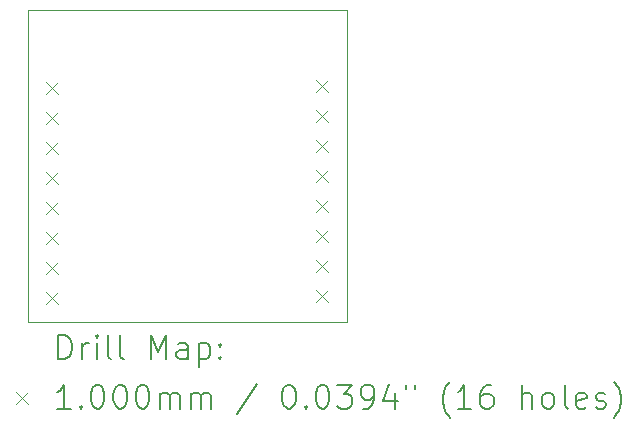
<source format=gbr>
%TF.GenerationSoftware,KiCad,Pcbnew,8.0.1*%
%TF.CreationDate,2024-04-21T16:22:47+01:00*%
%TF.ProjectId,lora_adapter,6c6f7261-5f61-4646-9170-7465722e6b69,rev?*%
%TF.SameCoordinates,Original*%
%TF.FileFunction,Drillmap*%
%TF.FilePolarity,Positive*%
%FSLAX45Y45*%
G04 Gerber Fmt 4.5, Leading zero omitted, Abs format (unit mm)*
G04 Created by KiCad (PCBNEW 8.0.1) date 2024-04-21 16:22:47*
%MOMM*%
%LPD*%
G01*
G04 APERTURE LIST*
%ADD10C,0.050000*%
%ADD11C,0.200000*%
%ADD12C,0.100000*%
G04 APERTURE END LIST*
D10*
X6654800Y-8232140D02*
X9354820Y-8232140D01*
X9354820Y-10871200D01*
X6654800Y-10871200D01*
X6654800Y-8232140D01*
D11*
D12*
X6808000Y-8840000D02*
X6908000Y-8940000D01*
X6908000Y-8840000D02*
X6808000Y-8940000D01*
X6808000Y-9094000D02*
X6908000Y-9194000D01*
X6908000Y-9094000D02*
X6808000Y-9194000D01*
X6808000Y-9348000D02*
X6908000Y-9448000D01*
X6908000Y-9348000D02*
X6808000Y-9448000D01*
X6808000Y-9602000D02*
X6908000Y-9702000D01*
X6908000Y-9602000D02*
X6808000Y-9702000D01*
X6808000Y-9856000D02*
X6908000Y-9956000D01*
X6908000Y-9856000D02*
X6808000Y-9956000D01*
X6808000Y-10110000D02*
X6908000Y-10210000D01*
X6908000Y-10110000D02*
X6808000Y-10210000D01*
X6808000Y-10364000D02*
X6908000Y-10464000D01*
X6908000Y-10364000D02*
X6808000Y-10464000D01*
X6808000Y-10618000D02*
X6908000Y-10718000D01*
X6908000Y-10618000D02*
X6808000Y-10718000D01*
X9094000Y-8827300D02*
X9194000Y-8927300D01*
X9194000Y-8827300D02*
X9094000Y-8927300D01*
X9094000Y-9081300D02*
X9194000Y-9181300D01*
X9194000Y-9081300D02*
X9094000Y-9181300D01*
X9094000Y-9335300D02*
X9194000Y-9435300D01*
X9194000Y-9335300D02*
X9094000Y-9435300D01*
X9094000Y-9589300D02*
X9194000Y-9689300D01*
X9194000Y-9589300D02*
X9094000Y-9689300D01*
X9094000Y-9843300D02*
X9194000Y-9943300D01*
X9194000Y-9843300D02*
X9094000Y-9943300D01*
X9094000Y-10097300D02*
X9194000Y-10197300D01*
X9194000Y-10097300D02*
X9094000Y-10197300D01*
X9094000Y-10351300D02*
X9194000Y-10451300D01*
X9194000Y-10351300D02*
X9094000Y-10451300D01*
X9094000Y-10605300D02*
X9194000Y-10705300D01*
X9194000Y-10605300D02*
X9094000Y-10705300D01*
D11*
X6913077Y-11185184D02*
X6913077Y-10985184D01*
X6913077Y-10985184D02*
X6960696Y-10985184D01*
X6960696Y-10985184D02*
X6989267Y-10994708D01*
X6989267Y-10994708D02*
X7008315Y-11013755D01*
X7008315Y-11013755D02*
X7017839Y-11032803D01*
X7017839Y-11032803D02*
X7027362Y-11070898D01*
X7027362Y-11070898D02*
X7027362Y-11099470D01*
X7027362Y-11099470D02*
X7017839Y-11137565D01*
X7017839Y-11137565D02*
X7008315Y-11156612D01*
X7008315Y-11156612D02*
X6989267Y-11175660D01*
X6989267Y-11175660D02*
X6960696Y-11185184D01*
X6960696Y-11185184D02*
X6913077Y-11185184D01*
X7113077Y-11185184D02*
X7113077Y-11051850D01*
X7113077Y-11089946D02*
X7122601Y-11070898D01*
X7122601Y-11070898D02*
X7132124Y-11061374D01*
X7132124Y-11061374D02*
X7151172Y-11051850D01*
X7151172Y-11051850D02*
X7170220Y-11051850D01*
X7236886Y-11185184D02*
X7236886Y-11051850D01*
X7236886Y-10985184D02*
X7227362Y-10994708D01*
X7227362Y-10994708D02*
X7236886Y-11004231D01*
X7236886Y-11004231D02*
X7246410Y-10994708D01*
X7246410Y-10994708D02*
X7236886Y-10985184D01*
X7236886Y-10985184D02*
X7236886Y-11004231D01*
X7360696Y-11185184D02*
X7341648Y-11175660D01*
X7341648Y-11175660D02*
X7332124Y-11156612D01*
X7332124Y-11156612D02*
X7332124Y-10985184D01*
X7465458Y-11185184D02*
X7446410Y-11175660D01*
X7446410Y-11175660D02*
X7436886Y-11156612D01*
X7436886Y-11156612D02*
X7436886Y-10985184D01*
X7694029Y-11185184D02*
X7694029Y-10985184D01*
X7694029Y-10985184D02*
X7760696Y-11128041D01*
X7760696Y-11128041D02*
X7827362Y-10985184D01*
X7827362Y-10985184D02*
X7827362Y-11185184D01*
X8008315Y-11185184D02*
X8008315Y-11080422D01*
X8008315Y-11080422D02*
X7998791Y-11061374D01*
X7998791Y-11061374D02*
X7979743Y-11051850D01*
X7979743Y-11051850D02*
X7941648Y-11051850D01*
X7941648Y-11051850D02*
X7922601Y-11061374D01*
X8008315Y-11175660D02*
X7989267Y-11185184D01*
X7989267Y-11185184D02*
X7941648Y-11185184D01*
X7941648Y-11185184D02*
X7922601Y-11175660D01*
X7922601Y-11175660D02*
X7913077Y-11156612D01*
X7913077Y-11156612D02*
X7913077Y-11137565D01*
X7913077Y-11137565D02*
X7922601Y-11118517D01*
X7922601Y-11118517D02*
X7941648Y-11108993D01*
X7941648Y-11108993D02*
X7989267Y-11108993D01*
X7989267Y-11108993D02*
X8008315Y-11099470D01*
X8103553Y-11051850D02*
X8103553Y-11251850D01*
X8103553Y-11061374D02*
X8122601Y-11051850D01*
X8122601Y-11051850D02*
X8160696Y-11051850D01*
X8160696Y-11051850D02*
X8179743Y-11061374D01*
X8179743Y-11061374D02*
X8189267Y-11070898D01*
X8189267Y-11070898D02*
X8198791Y-11089946D01*
X8198791Y-11089946D02*
X8198791Y-11147089D01*
X8198791Y-11147089D02*
X8189267Y-11166136D01*
X8189267Y-11166136D02*
X8179743Y-11175660D01*
X8179743Y-11175660D02*
X8160696Y-11185184D01*
X8160696Y-11185184D02*
X8122601Y-11185184D01*
X8122601Y-11185184D02*
X8103553Y-11175660D01*
X8284505Y-11166136D02*
X8294029Y-11175660D01*
X8294029Y-11175660D02*
X8284505Y-11185184D01*
X8284505Y-11185184D02*
X8274982Y-11175660D01*
X8274982Y-11175660D02*
X8284505Y-11166136D01*
X8284505Y-11166136D02*
X8284505Y-11185184D01*
X8284505Y-11061374D02*
X8294029Y-11070898D01*
X8294029Y-11070898D02*
X8284505Y-11080422D01*
X8284505Y-11080422D02*
X8274982Y-11070898D01*
X8274982Y-11070898D02*
X8284505Y-11061374D01*
X8284505Y-11061374D02*
X8284505Y-11080422D01*
D12*
X6552300Y-11463700D02*
X6652300Y-11563700D01*
X6652300Y-11463700D02*
X6552300Y-11563700D01*
D11*
X7017839Y-11605184D02*
X6903553Y-11605184D01*
X6960696Y-11605184D02*
X6960696Y-11405184D01*
X6960696Y-11405184D02*
X6941648Y-11433755D01*
X6941648Y-11433755D02*
X6922601Y-11452803D01*
X6922601Y-11452803D02*
X6903553Y-11462327D01*
X7103553Y-11586136D02*
X7113077Y-11595660D01*
X7113077Y-11595660D02*
X7103553Y-11605184D01*
X7103553Y-11605184D02*
X7094029Y-11595660D01*
X7094029Y-11595660D02*
X7103553Y-11586136D01*
X7103553Y-11586136D02*
X7103553Y-11605184D01*
X7236886Y-11405184D02*
X7255934Y-11405184D01*
X7255934Y-11405184D02*
X7274982Y-11414708D01*
X7274982Y-11414708D02*
X7284505Y-11424231D01*
X7284505Y-11424231D02*
X7294029Y-11443279D01*
X7294029Y-11443279D02*
X7303553Y-11481374D01*
X7303553Y-11481374D02*
X7303553Y-11528993D01*
X7303553Y-11528993D02*
X7294029Y-11567088D01*
X7294029Y-11567088D02*
X7284505Y-11586136D01*
X7284505Y-11586136D02*
X7274982Y-11595660D01*
X7274982Y-11595660D02*
X7255934Y-11605184D01*
X7255934Y-11605184D02*
X7236886Y-11605184D01*
X7236886Y-11605184D02*
X7217839Y-11595660D01*
X7217839Y-11595660D02*
X7208315Y-11586136D01*
X7208315Y-11586136D02*
X7198791Y-11567088D01*
X7198791Y-11567088D02*
X7189267Y-11528993D01*
X7189267Y-11528993D02*
X7189267Y-11481374D01*
X7189267Y-11481374D02*
X7198791Y-11443279D01*
X7198791Y-11443279D02*
X7208315Y-11424231D01*
X7208315Y-11424231D02*
X7217839Y-11414708D01*
X7217839Y-11414708D02*
X7236886Y-11405184D01*
X7427362Y-11405184D02*
X7446410Y-11405184D01*
X7446410Y-11405184D02*
X7465458Y-11414708D01*
X7465458Y-11414708D02*
X7474982Y-11424231D01*
X7474982Y-11424231D02*
X7484505Y-11443279D01*
X7484505Y-11443279D02*
X7494029Y-11481374D01*
X7494029Y-11481374D02*
X7494029Y-11528993D01*
X7494029Y-11528993D02*
X7484505Y-11567088D01*
X7484505Y-11567088D02*
X7474982Y-11586136D01*
X7474982Y-11586136D02*
X7465458Y-11595660D01*
X7465458Y-11595660D02*
X7446410Y-11605184D01*
X7446410Y-11605184D02*
X7427362Y-11605184D01*
X7427362Y-11605184D02*
X7408315Y-11595660D01*
X7408315Y-11595660D02*
X7398791Y-11586136D01*
X7398791Y-11586136D02*
X7389267Y-11567088D01*
X7389267Y-11567088D02*
X7379743Y-11528993D01*
X7379743Y-11528993D02*
X7379743Y-11481374D01*
X7379743Y-11481374D02*
X7389267Y-11443279D01*
X7389267Y-11443279D02*
X7398791Y-11424231D01*
X7398791Y-11424231D02*
X7408315Y-11414708D01*
X7408315Y-11414708D02*
X7427362Y-11405184D01*
X7617839Y-11405184D02*
X7636886Y-11405184D01*
X7636886Y-11405184D02*
X7655934Y-11414708D01*
X7655934Y-11414708D02*
X7665458Y-11424231D01*
X7665458Y-11424231D02*
X7674982Y-11443279D01*
X7674982Y-11443279D02*
X7684505Y-11481374D01*
X7684505Y-11481374D02*
X7684505Y-11528993D01*
X7684505Y-11528993D02*
X7674982Y-11567088D01*
X7674982Y-11567088D02*
X7665458Y-11586136D01*
X7665458Y-11586136D02*
X7655934Y-11595660D01*
X7655934Y-11595660D02*
X7636886Y-11605184D01*
X7636886Y-11605184D02*
X7617839Y-11605184D01*
X7617839Y-11605184D02*
X7598791Y-11595660D01*
X7598791Y-11595660D02*
X7589267Y-11586136D01*
X7589267Y-11586136D02*
X7579743Y-11567088D01*
X7579743Y-11567088D02*
X7570220Y-11528993D01*
X7570220Y-11528993D02*
X7570220Y-11481374D01*
X7570220Y-11481374D02*
X7579743Y-11443279D01*
X7579743Y-11443279D02*
X7589267Y-11424231D01*
X7589267Y-11424231D02*
X7598791Y-11414708D01*
X7598791Y-11414708D02*
X7617839Y-11405184D01*
X7770220Y-11605184D02*
X7770220Y-11471850D01*
X7770220Y-11490898D02*
X7779743Y-11481374D01*
X7779743Y-11481374D02*
X7798791Y-11471850D01*
X7798791Y-11471850D02*
X7827363Y-11471850D01*
X7827363Y-11471850D02*
X7846410Y-11481374D01*
X7846410Y-11481374D02*
X7855934Y-11500422D01*
X7855934Y-11500422D02*
X7855934Y-11605184D01*
X7855934Y-11500422D02*
X7865458Y-11481374D01*
X7865458Y-11481374D02*
X7884505Y-11471850D01*
X7884505Y-11471850D02*
X7913077Y-11471850D01*
X7913077Y-11471850D02*
X7932124Y-11481374D01*
X7932124Y-11481374D02*
X7941648Y-11500422D01*
X7941648Y-11500422D02*
X7941648Y-11605184D01*
X8036886Y-11605184D02*
X8036886Y-11471850D01*
X8036886Y-11490898D02*
X8046410Y-11481374D01*
X8046410Y-11481374D02*
X8065458Y-11471850D01*
X8065458Y-11471850D02*
X8094029Y-11471850D01*
X8094029Y-11471850D02*
X8113077Y-11481374D01*
X8113077Y-11481374D02*
X8122601Y-11500422D01*
X8122601Y-11500422D02*
X8122601Y-11605184D01*
X8122601Y-11500422D02*
X8132124Y-11481374D01*
X8132124Y-11481374D02*
X8151172Y-11471850D01*
X8151172Y-11471850D02*
X8179743Y-11471850D01*
X8179743Y-11471850D02*
X8198791Y-11481374D01*
X8198791Y-11481374D02*
X8208315Y-11500422D01*
X8208315Y-11500422D02*
X8208315Y-11605184D01*
X8598791Y-11395660D02*
X8427363Y-11652803D01*
X8855934Y-11405184D02*
X8874982Y-11405184D01*
X8874982Y-11405184D02*
X8894029Y-11414708D01*
X8894029Y-11414708D02*
X8903553Y-11424231D01*
X8903553Y-11424231D02*
X8913077Y-11443279D01*
X8913077Y-11443279D02*
X8922601Y-11481374D01*
X8922601Y-11481374D02*
X8922601Y-11528993D01*
X8922601Y-11528993D02*
X8913077Y-11567088D01*
X8913077Y-11567088D02*
X8903553Y-11586136D01*
X8903553Y-11586136D02*
X8894029Y-11595660D01*
X8894029Y-11595660D02*
X8874982Y-11605184D01*
X8874982Y-11605184D02*
X8855934Y-11605184D01*
X8855934Y-11605184D02*
X8836887Y-11595660D01*
X8836887Y-11595660D02*
X8827363Y-11586136D01*
X8827363Y-11586136D02*
X8817839Y-11567088D01*
X8817839Y-11567088D02*
X8808315Y-11528993D01*
X8808315Y-11528993D02*
X8808315Y-11481374D01*
X8808315Y-11481374D02*
X8817839Y-11443279D01*
X8817839Y-11443279D02*
X8827363Y-11424231D01*
X8827363Y-11424231D02*
X8836887Y-11414708D01*
X8836887Y-11414708D02*
X8855934Y-11405184D01*
X9008315Y-11586136D02*
X9017839Y-11595660D01*
X9017839Y-11595660D02*
X9008315Y-11605184D01*
X9008315Y-11605184D02*
X8998791Y-11595660D01*
X8998791Y-11595660D02*
X9008315Y-11586136D01*
X9008315Y-11586136D02*
X9008315Y-11605184D01*
X9141648Y-11405184D02*
X9160696Y-11405184D01*
X9160696Y-11405184D02*
X9179744Y-11414708D01*
X9179744Y-11414708D02*
X9189268Y-11424231D01*
X9189268Y-11424231D02*
X9198791Y-11443279D01*
X9198791Y-11443279D02*
X9208315Y-11481374D01*
X9208315Y-11481374D02*
X9208315Y-11528993D01*
X9208315Y-11528993D02*
X9198791Y-11567088D01*
X9198791Y-11567088D02*
X9189268Y-11586136D01*
X9189268Y-11586136D02*
X9179744Y-11595660D01*
X9179744Y-11595660D02*
X9160696Y-11605184D01*
X9160696Y-11605184D02*
X9141648Y-11605184D01*
X9141648Y-11605184D02*
X9122601Y-11595660D01*
X9122601Y-11595660D02*
X9113077Y-11586136D01*
X9113077Y-11586136D02*
X9103553Y-11567088D01*
X9103553Y-11567088D02*
X9094029Y-11528993D01*
X9094029Y-11528993D02*
X9094029Y-11481374D01*
X9094029Y-11481374D02*
X9103553Y-11443279D01*
X9103553Y-11443279D02*
X9113077Y-11424231D01*
X9113077Y-11424231D02*
X9122601Y-11414708D01*
X9122601Y-11414708D02*
X9141648Y-11405184D01*
X9274982Y-11405184D02*
X9398791Y-11405184D01*
X9398791Y-11405184D02*
X9332125Y-11481374D01*
X9332125Y-11481374D02*
X9360696Y-11481374D01*
X9360696Y-11481374D02*
X9379744Y-11490898D01*
X9379744Y-11490898D02*
X9389268Y-11500422D01*
X9389268Y-11500422D02*
X9398791Y-11519469D01*
X9398791Y-11519469D02*
X9398791Y-11567088D01*
X9398791Y-11567088D02*
X9389268Y-11586136D01*
X9389268Y-11586136D02*
X9379744Y-11595660D01*
X9379744Y-11595660D02*
X9360696Y-11605184D01*
X9360696Y-11605184D02*
X9303553Y-11605184D01*
X9303553Y-11605184D02*
X9284506Y-11595660D01*
X9284506Y-11595660D02*
X9274982Y-11586136D01*
X9494029Y-11605184D02*
X9532125Y-11605184D01*
X9532125Y-11605184D02*
X9551172Y-11595660D01*
X9551172Y-11595660D02*
X9560696Y-11586136D01*
X9560696Y-11586136D02*
X9579744Y-11557565D01*
X9579744Y-11557565D02*
X9589268Y-11519469D01*
X9589268Y-11519469D02*
X9589268Y-11443279D01*
X9589268Y-11443279D02*
X9579744Y-11424231D01*
X9579744Y-11424231D02*
X9570220Y-11414708D01*
X9570220Y-11414708D02*
X9551172Y-11405184D01*
X9551172Y-11405184D02*
X9513077Y-11405184D01*
X9513077Y-11405184D02*
X9494029Y-11414708D01*
X9494029Y-11414708D02*
X9484506Y-11424231D01*
X9484506Y-11424231D02*
X9474982Y-11443279D01*
X9474982Y-11443279D02*
X9474982Y-11490898D01*
X9474982Y-11490898D02*
X9484506Y-11509946D01*
X9484506Y-11509946D02*
X9494029Y-11519469D01*
X9494029Y-11519469D02*
X9513077Y-11528993D01*
X9513077Y-11528993D02*
X9551172Y-11528993D01*
X9551172Y-11528993D02*
X9570220Y-11519469D01*
X9570220Y-11519469D02*
X9579744Y-11509946D01*
X9579744Y-11509946D02*
X9589268Y-11490898D01*
X9760696Y-11471850D02*
X9760696Y-11605184D01*
X9713077Y-11395660D02*
X9665458Y-11538517D01*
X9665458Y-11538517D02*
X9789268Y-11538517D01*
X9855934Y-11405184D02*
X9855934Y-11443279D01*
X9932125Y-11405184D02*
X9932125Y-11443279D01*
X10227363Y-11681374D02*
X10217839Y-11671850D01*
X10217839Y-11671850D02*
X10198791Y-11643279D01*
X10198791Y-11643279D02*
X10189268Y-11624231D01*
X10189268Y-11624231D02*
X10179744Y-11595660D01*
X10179744Y-11595660D02*
X10170220Y-11548041D01*
X10170220Y-11548041D02*
X10170220Y-11509946D01*
X10170220Y-11509946D02*
X10179744Y-11462327D01*
X10179744Y-11462327D02*
X10189268Y-11433755D01*
X10189268Y-11433755D02*
X10198791Y-11414708D01*
X10198791Y-11414708D02*
X10217839Y-11386136D01*
X10217839Y-11386136D02*
X10227363Y-11376612D01*
X10408315Y-11605184D02*
X10294030Y-11605184D01*
X10351172Y-11605184D02*
X10351172Y-11405184D01*
X10351172Y-11405184D02*
X10332125Y-11433755D01*
X10332125Y-11433755D02*
X10313077Y-11452803D01*
X10313077Y-11452803D02*
X10294030Y-11462327D01*
X10579744Y-11405184D02*
X10541649Y-11405184D01*
X10541649Y-11405184D02*
X10522601Y-11414708D01*
X10522601Y-11414708D02*
X10513077Y-11424231D01*
X10513077Y-11424231D02*
X10494030Y-11452803D01*
X10494030Y-11452803D02*
X10484506Y-11490898D01*
X10484506Y-11490898D02*
X10484506Y-11567088D01*
X10484506Y-11567088D02*
X10494030Y-11586136D01*
X10494030Y-11586136D02*
X10503553Y-11595660D01*
X10503553Y-11595660D02*
X10522601Y-11605184D01*
X10522601Y-11605184D02*
X10560696Y-11605184D01*
X10560696Y-11605184D02*
X10579744Y-11595660D01*
X10579744Y-11595660D02*
X10589268Y-11586136D01*
X10589268Y-11586136D02*
X10598791Y-11567088D01*
X10598791Y-11567088D02*
X10598791Y-11519469D01*
X10598791Y-11519469D02*
X10589268Y-11500422D01*
X10589268Y-11500422D02*
X10579744Y-11490898D01*
X10579744Y-11490898D02*
X10560696Y-11481374D01*
X10560696Y-11481374D02*
X10522601Y-11481374D01*
X10522601Y-11481374D02*
X10503553Y-11490898D01*
X10503553Y-11490898D02*
X10494030Y-11500422D01*
X10494030Y-11500422D02*
X10484506Y-11519469D01*
X10836887Y-11605184D02*
X10836887Y-11405184D01*
X10922601Y-11605184D02*
X10922601Y-11500422D01*
X10922601Y-11500422D02*
X10913077Y-11481374D01*
X10913077Y-11481374D02*
X10894030Y-11471850D01*
X10894030Y-11471850D02*
X10865458Y-11471850D01*
X10865458Y-11471850D02*
X10846411Y-11481374D01*
X10846411Y-11481374D02*
X10836887Y-11490898D01*
X11046411Y-11605184D02*
X11027363Y-11595660D01*
X11027363Y-11595660D02*
X11017839Y-11586136D01*
X11017839Y-11586136D02*
X11008315Y-11567088D01*
X11008315Y-11567088D02*
X11008315Y-11509946D01*
X11008315Y-11509946D02*
X11017839Y-11490898D01*
X11017839Y-11490898D02*
X11027363Y-11481374D01*
X11027363Y-11481374D02*
X11046411Y-11471850D01*
X11046411Y-11471850D02*
X11074982Y-11471850D01*
X11074982Y-11471850D02*
X11094030Y-11481374D01*
X11094030Y-11481374D02*
X11103553Y-11490898D01*
X11103553Y-11490898D02*
X11113077Y-11509946D01*
X11113077Y-11509946D02*
X11113077Y-11567088D01*
X11113077Y-11567088D02*
X11103553Y-11586136D01*
X11103553Y-11586136D02*
X11094030Y-11595660D01*
X11094030Y-11595660D02*
X11074982Y-11605184D01*
X11074982Y-11605184D02*
X11046411Y-11605184D01*
X11227363Y-11605184D02*
X11208315Y-11595660D01*
X11208315Y-11595660D02*
X11198791Y-11576612D01*
X11198791Y-11576612D02*
X11198791Y-11405184D01*
X11379744Y-11595660D02*
X11360696Y-11605184D01*
X11360696Y-11605184D02*
X11322601Y-11605184D01*
X11322601Y-11605184D02*
X11303553Y-11595660D01*
X11303553Y-11595660D02*
X11294030Y-11576612D01*
X11294030Y-11576612D02*
X11294030Y-11500422D01*
X11294030Y-11500422D02*
X11303553Y-11481374D01*
X11303553Y-11481374D02*
X11322601Y-11471850D01*
X11322601Y-11471850D02*
X11360696Y-11471850D01*
X11360696Y-11471850D02*
X11379744Y-11481374D01*
X11379744Y-11481374D02*
X11389268Y-11500422D01*
X11389268Y-11500422D02*
X11389268Y-11519469D01*
X11389268Y-11519469D02*
X11294030Y-11538517D01*
X11465458Y-11595660D02*
X11484506Y-11605184D01*
X11484506Y-11605184D02*
X11522601Y-11605184D01*
X11522601Y-11605184D02*
X11541649Y-11595660D01*
X11541649Y-11595660D02*
X11551172Y-11576612D01*
X11551172Y-11576612D02*
X11551172Y-11567088D01*
X11551172Y-11567088D02*
X11541649Y-11548041D01*
X11541649Y-11548041D02*
X11522601Y-11538517D01*
X11522601Y-11538517D02*
X11494030Y-11538517D01*
X11494030Y-11538517D02*
X11474982Y-11528993D01*
X11474982Y-11528993D02*
X11465458Y-11509946D01*
X11465458Y-11509946D02*
X11465458Y-11500422D01*
X11465458Y-11500422D02*
X11474982Y-11481374D01*
X11474982Y-11481374D02*
X11494030Y-11471850D01*
X11494030Y-11471850D02*
X11522601Y-11471850D01*
X11522601Y-11471850D02*
X11541649Y-11481374D01*
X11617839Y-11681374D02*
X11627363Y-11671850D01*
X11627363Y-11671850D02*
X11646411Y-11643279D01*
X11646411Y-11643279D02*
X11655934Y-11624231D01*
X11655934Y-11624231D02*
X11665458Y-11595660D01*
X11665458Y-11595660D02*
X11674982Y-11548041D01*
X11674982Y-11548041D02*
X11674982Y-11509946D01*
X11674982Y-11509946D02*
X11665458Y-11462327D01*
X11665458Y-11462327D02*
X11655934Y-11433755D01*
X11655934Y-11433755D02*
X11646411Y-11414708D01*
X11646411Y-11414708D02*
X11627363Y-11386136D01*
X11627363Y-11386136D02*
X11617839Y-11376612D01*
M02*

</source>
